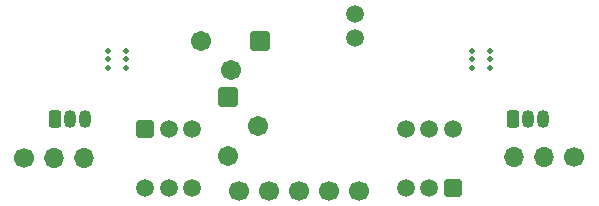
<source format=gbs>
G04 #@! TF.GenerationSoftware,KiCad,Pcbnew,9.0.2*
G04 #@! TF.CreationDate,2025-06-25T23:25:14-06:00*
G04 #@! TF.ProjectId,TurnSignal,5475726e-5369-4676-9e61-6c2e6b696361,rev?*
G04 #@! TF.SameCoordinates,Original*
G04 #@! TF.FileFunction,Soldermask,Bot*
G04 #@! TF.FilePolarity,Negative*
%FSLAX46Y46*%
G04 Gerber Fmt 4.6, Leading zero omitted, Abs format (unit mm)*
G04 Created by KiCad (PCBNEW 9.0.2) date 2025-06-25 23:25:14*
%MOMM*%
%LPD*%
G01*
G04 APERTURE LIST*
G04 Aperture macros list*
%AMRoundRect*
0 Rectangle with rounded corners*
0 $1 Rounding radius*
0 $2 $3 $4 $5 $6 $7 $8 $9 X,Y pos of 4 corners*
0 Add a 4 corners polygon primitive as box body*
4,1,4,$2,$3,$4,$5,$6,$7,$8,$9,$2,$3,0*
0 Add four circle primitives for the rounded corners*
1,1,$1+$1,$2,$3*
1,1,$1+$1,$4,$5*
1,1,$1+$1,$6,$7*
1,1,$1+$1,$8,$9*
0 Add four rect primitives between the rounded corners*
20,1,$1+$1,$2,$3,$4,$5,0*
20,1,$1+$1,$4,$5,$6,$7,0*
20,1,$1+$1,$6,$7,$8,$9,0*
20,1,$1+$1,$8,$9,$2,$3,0*%
G04 Aperture macros list end*
%ADD10RoundRect,0.283820X-0.572180X0.572180X-0.572180X-0.572180X0.572180X-0.572180X0.572180X0.572180X0*%
%ADD11C,1.712000*%
%ADD12RoundRect,0.288991X-0.467009X-0.467009X0.467009X-0.467009X0.467009X0.467009X-0.467009X0.467009X0*%
%ADD13C,1.512000*%
%ADD14RoundRect,0.288991X0.467009X0.467009X-0.467009X0.467009X-0.467009X-0.467009X0.467009X-0.467009X0*%
%ADD15RoundRect,0.283820X0.572180X0.572180X-0.572180X0.572180X-0.572180X-0.572180X0.572180X-0.572180X0*%
%ADD16C,1.700000*%
%ADD17O,1.700000X1.700000*%
%ADD18C,0.500000*%
%ADD19RoundRect,0.250000X-0.275000X-0.500000X0.275000X-0.500000X0.275000X0.500000X-0.275000X0.500000X0*%
%ADD20O,1.050000X1.500000*%
%ADD21C,1.500000*%
G04 APERTURE END LIST*
D10*
X125080000Y-101939999D03*
D11*
X127580000Y-104439999D03*
X125080000Y-106939999D03*
D12*
X118040000Y-104660000D03*
D13*
X120040000Y-104660000D03*
X122040000Y-104660000D03*
X118040000Y-109660000D03*
X120040000Y-109660000D03*
X122040000Y-109660000D03*
D14*
X144100000Y-109680000D03*
D13*
X142100000Y-109680000D03*
X140100000Y-109680000D03*
X144100000Y-104680000D03*
X142100000Y-104680000D03*
X140100000Y-104680000D03*
D15*
X127770000Y-97170000D03*
D11*
X125270000Y-99670000D03*
X122770000Y-97170000D03*
D16*
X154390000Y-107030000D03*
D17*
X151850000Y-107030000D03*
X149310000Y-107030000D03*
D18*
X147210000Y-98020000D03*
X145710000Y-98020000D03*
X147210000Y-98770000D03*
X145710000Y-98770000D03*
X147210000Y-99520000D03*
X145710000Y-99520000D03*
D16*
X136130000Y-109910000D03*
X133590000Y-109910000D03*
X131050000Y-109910000D03*
X128510000Y-109910000D03*
X125970000Y-109910000D03*
X107809999Y-107075000D03*
D17*
X110349999Y-107075000D03*
X112889999Y-107075000D03*
D18*
X116410000Y-98020000D03*
X114910000Y-98020000D03*
X116410000Y-98770000D03*
X114910000Y-98770000D03*
X116410000Y-99520000D03*
X114910000Y-99520000D03*
D19*
X110415000Y-103830000D03*
D20*
X111685000Y-103830000D03*
X112955000Y-103830000D03*
D19*
X149200000Y-103800000D03*
D20*
X150470000Y-103800000D03*
X151740000Y-103800000D03*
D21*
X135780000Y-96920000D03*
X135780000Y-94920000D03*
M02*

</source>
